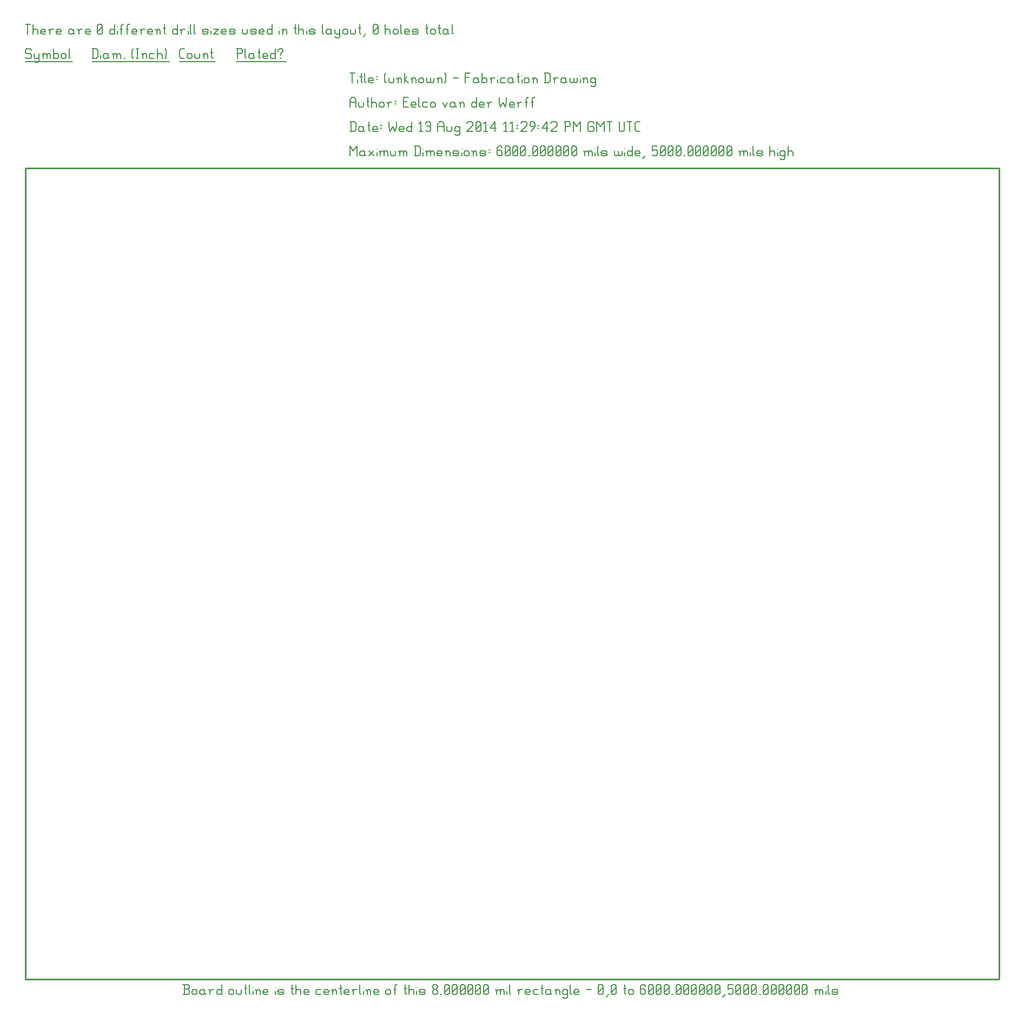
<source format=gbr>
G04 start of page 2 for group -3984 idx -3984 *
G04 Title: (unknown), fab *
G04 Creator: pcb 1.99z *
G04 CreationDate: Wed 13 Aug 2014 11:29:42 PM GMT UTC *
G04 For: eelco *
G04 Format: Gerber/RS-274X *
G04 PCB-Dimensions (mil): 6000.00 5000.00 *
G04 PCB-Coordinate-Origin: lower left *
%MOIN*%
%FSLAX25Y25*%
%LNFAB*%
%ADD13C,0.0100*%
%ADD12C,0.0075*%
%ADD11C,0.0060*%
G54D11*X3000Y573500D02*X3750Y572750D01*
X750Y573500D02*X3000D01*
X0Y572750D02*X750Y573500D01*
X0Y572750D02*Y571250D01*
X750Y570500D01*
X3000D01*
X3750Y569750D01*
Y568250D01*
X3000Y567500D02*X3750Y568250D01*
X750Y567500D02*X3000D01*
X0Y568250D02*X750Y567500D01*
X5550Y570500D02*Y568250D01*
X6300Y567500D01*
X8550Y570500D02*Y566000D01*
X7800Y565250D02*X8550Y566000D01*
X6300Y565250D02*X7800D01*
X5550Y566000D02*X6300Y565250D01*
Y567500D02*X7800D01*
X8550Y568250D01*
X11100Y569750D02*Y567500D01*
Y569750D02*X11850Y570500D01*
X12600D01*
X13350Y569750D01*
Y567500D01*
Y569750D02*X14100Y570500D01*
X14850D01*
X15600Y569750D01*
Y567500D01*
X10350Y570500D02*X11100Y569750D01*
X17400Y573500D02*Y567500D01*
Y568250D02*X18150Y567500D01*
X19650D01*
X20400Y568250D01*
Y569750D02*Y568250D01*
X19650Y570500D02*X20400Y569750D01*
X18150Y570500D02*X19650D01*
X17400Y569750D02*X18150Y570500D01*
X22200Y569750D02*Y568250D01*
Y569750D02*X22950Y570500D01*
X24450D01*
X25200Y569750D01*
Y568250D01*
X24450Y567500D02*X25200Y568250D01*
X22950Y567500D02*X24450D01*
X22200Y568250D02*X22950Y567500D01*
X27000Y573500D02*Y568250D01*
X27750Y567500D01*
X0Y565750D02*X29250D01*
X41750Y573500D02*Y567500D01*
X43700Y573500D02*X44750Y572450D01*
Y568550D01*
X43700Y567500D02*X44750Y568550D01*
X41000Y567500D02*X43700D01*
X41000Y573500D02*X43700D01*
G54D12*X46550Y572000D02*Y571850D01*
G54D11*Y569750D02*Y567500D01*
X50300Y570500D02*X51050Y569750D01*
X48800Y570500D02*X50300D01*
X48050Y569750D02*X48800Y570500D01*
X48050Y569750D02*Y568250D01*
X48800Y567500D01*
X51050Y570500D02*Y568250D01*
X51800Y567500D01*
X48800D02*X50300D01*
X51050Y568250D01*
X54350Y569750D02*Y567500D01*
Y569750D02*X55100Y570500D01*
X55850D01*
X56600Y569750D01*
Y567500D01*
Y569750D02*X57350Y570500D01*
X58100D01*
X58850Y569750D01*
Y567500D01*
X53600Y570500D02*X54350Y569750D01*
X60650Y567500D02*X61400D01*
X65900Y568250D02*X66650Y567500D01*
X65900Y572750D02*X66650Y573500D01*
X65900Y572750D02*Y568250D01*
X68450Y573500D02*X69950D01*
X69200D02*Y567500D01*
X68450D02*X69950D01*
X72500Y569750D02*Y567500D01*
Y569750D02*X73250Y570500D01*
X74000D01*
X74750Y569750D01*
Y567500D01*
X71750Y570500D02*X72500Y569750D01*
X77300Y570500D02*X79550D01*
X76550Y569750D02*X77300Y570500D01*
X76550Y569750D02*Y568250D01*
X77300Y567500D01*
X79550D01*
X81350Y573500D02*Y567500D01*
Y569750D02*X82100Y570500D01*
X83600D01*
X84350Y569750D01*
Y567500D01*
X86150Y573500D02*X86900Y572750D01*
Y568250D01*
X86150Y567500D02*X86900Y568250D01*
X41000Y565750D02*X88700D01*
X96050Y567500D02*X98000D01*
X95000Y568550D02*X96050Y567500D01*
X95000Y572450D02*Y568550D01*
Y572450D02*X96050Y573500D01*
X98000D01*
X99800Y569750D02*Y568250D01*
Y569750D02*X100550Y570500D01*
X102050D01*
X102800Y569750D01*
Y568250D01*
X102050Y567500D02*X102800Y568250D01*
X100550Y567500D02*X102050D01*
X99800Y568250D02*X100550Y567500D01*
X104600Y570500D02*Y568250D01*
X105350Y567500D01*
X106850D01*
X107600Y568250D01*
Y570500D02*Y568250D01*
X110150Y569750D02*Y567500D01*
Y569750D02*X110900Y570500D01*
X111650D01*
X112400Y569750D01*
Y567500D01*
X109400Y570500D02*X110150Y569750D01*
X114950Y573500D02*Y568250D01*
X115700Y567500D01*
X114200Y571250D02*X115700D01*
X95000Y565750D02*X117200D01*
X130750Y573500D02*Y567500D01*
X130000Y573500D02*X133000D01*
X133750Y572750D01*
Y571250D01*
X133000Y570500D02*X133750Y571250D01*
X130750Y570500D02*X133000D01*
X135550Y573500D02*Y568250D01*
X136300Y567500D01*
X140050Y570500D02*X140800Y569750D01*
X138550Y570500D02*X140050D01*
X137800Y569750D02*X138550Y570500D01*
X137800Y569750D02*Y568250D01*
X138550Y567500D01*
X140800Y570500D02*Y568250D01*
X141550Y567500D01*
X138550D02*X140050D01*
X140800Y568250D01*
X144100Y573500D02*Y568250D01*
X144850Y567500D01*
X143350Y571250D02*X144850D01*
X147100Y567500D02*X149350D01*
X146350Y568250D02*X147100Y567500D01*
X146350Y569750D02*Y568250D01*
Y569750D02*X147100Y570500D01*
X148600D01*
X149350Y569750D01*
X146350Y569000D02*X149350D01*
Y569750D02*Y569000D01*
X154150Y573500D02*Y567500D01*
X153400D02*X154150Y568250D01*
X151900Y567500D02*X153400D01*
X151150Y568250D02*X151900Y567500D01*
X151150Y569750D02*Y568250D01*
Y569750D02*X151900Y570500D01*
X153400D01*
X154150Y569750D01*
X157450Y570500D02*Y569750D01*
Y568250D02*Y567500D01*
X155950Y572750D02*Y572000D01*
Y572750D02*X156700Y573500D01*
X158200D01*
X158950Y572750D01*
Y572000D01*
X157450Y570500D02*X158950Y572000D01*
X130000Y565750D02*X160750D01*
X0Y588500D02*X3000D01*
X1500D02*Y582500D01*
X4800Y588500D02*Y582500D01*
Y584750D02*X5550Y585500D01*
X7050D01*
X7800Y584750D01*
Y582500D01*
X10350D02*X12600D01*
X9600Y583250D02*X10350Y582500D01*
X9600Y584750D02*Y583250D01*
Y584750D02*X10350Y585500D01*
X11850D01*
X12600Y584750D01*
X9600Y584000D02*X12600D01*
Y584750D02*Y584000D01*
X15150Y584750D02*Y582500D01*
Y584750D02*X15900Y585500D01*
X17400D01*
X14400D02*X15150Y584750D01*
X19950Y582500D02*X22200D01*
X19200Y583250D02*X19950Y582500D01*
X19200Y584750D02*Y583250D01*
Y584750D02*X19950Y585500D01*
X21450D01*
X22200Y584750D01*
X19200Y584000D02*X22200D01*
Y584750D02*Y584000D01*
X28950Y585500D02*X29700Y584750D01*
X27450Y585500D02*X28950D01*
X26700Y584750D02*X27450Y585500D01*
X26700Y584750D02*Y583250D01*
X27450Y582500D01*
X29700Y585500D02*Y583250D01*
X30450Y582500D01*
X27450D02*X28950D01*
X29700Y583250D01*
X33000Y584750D02*Y582500D01*
Y584750D02*X33750Y585500D01*
X35250D01*
X32250D02*X33000Y584750D01*
X37800Y582500D02*X40050D01*
X37050Y583250D02*X37800Y582500D01*
X37050Y584750D02*Y583250D01*
Y584750D02*X37800Y585500D01*
X39300D01*
X40050Y584750D01*
X37050Y584000D02*X40050D01*
Y584750D02*Y584000D01*
X44550Y583250D02*X45300Y582500D01*
X44550Y587750D02*Y583250D01*
Y587750D02*X45300Y588500D01*
X46800D01*
X47550Y587750D01*
Y583250D01*
X46800Y582500D02*X47550Y583250D01*
X45300Y582500D02*X46800D01*
X44550Y584000D02*X47550Y587000D01*
X55050Y588500D02*Y582500D01*
X54300D02*X55050Y583250D01*
X52800Y582500D02*X54300D01*
X52050Y583250D02*X52800Y582500D01*
X52050Y584750D02*Y583250D01*
Y584750D02*X52800Y585500D01*
X54300D01*
X55050Y584750D01*
G54D12*X56850Y587000D02*Y586850D01*
G54D11*Y584750D02*Y582500D01*
X59100Y587750D02*Y582500D01*
Y587750D02*X59850Y588500D01*
X60600D01*
X58350Y585500D02*X59850D01*
X62850Y587750D02*Y582500D01*
Y587750D02*X63600Y588500D01*
X64350D01*
X62100Y585500D02*X63600D01*
X66600Y582500D02*X68850D01*
X65850Y583250D02*X66600Y582500D01*
X65850Y584750D02*Y583250D01*
Y584750D02*X66600Y585500D01*
X68100D01*
X68850Y584750D01*
X65850Y584000D02*X68850D01*
Y584750D02*Y584000D01*
X71400Y584750D02*Y582500D01*
Y584750D02*X72150Y585500D01*
X73650D01*
X70650D02*X71400Y584750D01*
X76200Y582500D02*X78450D01*
X75450Y583250D02*X76200Y582500D01*
X75450Y584750D02*Y583250D01*
Y584750D02*X76200Y585500D01*
X77700D01*
X78450Y584750D01*
X75450Y584000D02*X78450D01*
Y584750D02*Y584000D01*
X81000Y584750D02*Y582500D01*
Y584750D02*X81750Y585500D01*
X82500D01*
X83250Y584750D01*
Y582500D01*
X80250Y585500D02*X81000Y584750D01*
X85800Y588500D02*Y583250D01*
X86550Y582500D01*
X85050Y586250D02*X86550D01*
X93750Y588500D02*Y582500D01*
X93000D02*X93750Y583250D01*
X91500Y582500D02*X93000D01*
X90750Y583250D02*X91500Y582500D01*
X90750Y584750D02*Y583250D01*
Y584750D02*X91500Y585500D01*
X93000D01*
X93750Y584750D01*
X96300D02*Y582500D01*
Y584750D02*X97050Y585500D01*
X98550D01*
X95550D02*X96300Y584750D01*
G54D12*X100350Y587000D02*Y586850D01*
G54D11*Y584750D02*Y582500D01*
X101850Y588500D02*Y583250D01*
X102600Y582500D01*
X104100Y588500D02*Y583250D01*
X104850Y582500D01*
X109800D02*X112050D01*
X112800Y583250D01*
X112050Y584000D02*X112800Y583250D01*
X109800Y584000D02*X112050D01*
X109050Y584750D02*X109800Y584000D01*
X109050Y584750D02*X109800Y585500D01*
X112050D01*
X112800Y584750D01*
X109050Y583250D02*X109800Y582500D01*
G54D12*X114600Y587000D02*Y586850D01*
G54D11*Y584750D02*Y582500D01*
X116100Y585500D02*X119100D01*
X116100Y582500D02*X119100Y585500D01*
X116100Y582500D02*X119100D01*
X121650D02*X123900D01*
X120900Y583250D02*X121650Y582500D01*
X120900Y584750D02*Y583250D01*
Y584750D02*X121650Y585500D01*
X123150D01*
X123900Y584750D01*
X120900Y584000D02*X123900D01*
Y584750D02*Y584000D01*
X126450Y582500D02*X128700D01*
X129450Y583250D01*
X128700Y584000D02*X129450Y583250D01*
X126450Y584000D02*X128700D01*
X125700Y584750D02*X126450Y584000D01*
X125700Y584750D02*X126450Y585500D01*
X128700D01*
X129450Y584750D01*
X125700Y583250D02*X126450Y582500D01*
X133950Y585500D02*Y583250D01*
X134700Y582500D01*
X136200D01*
X136950Y583250D01*
Y585500D02*Y583250D01*
X139500Y582500D02*X141750D01*
X142500Y583250D01*
X141750Y584000D02*X142500Y583250D01*
X139500Y584000D02*X141750D01*
X138750Y584750D02*X139500Y584000D01*
X138750Y584750D02*X139500Y585500D01*
X141750D01*
X142500Y584750D01*
X138750Y583250D02*X139500Y582500D01*
X145050D02*X147300D01*
X144300Y583250D02*X145050Y582500D01*
X144300Y584750D02*Y583250D01*
Y584750D02*X145050Y585500D01*
X146550D01*
X147300Y584750D01*
X144300Y584000D02*X147300D01*
Y584750D02*Y584000D01*
X152100Y588500D02*Y582500D01*
X151350D02*X152100Y583250D01*
X149850Y582500D02*X151350D01*
X149100Y583250D02*X149850Y582500D01*
X149100Y584750D02*Y583250D01*
Y584750D02*X149850Y585500D01*
X151350D01*
X152100Y584750D01*
G54D12*X156600Y587000D02*Y586850D01*
G54D11*Y584750D02*Y582500D01*
X158850Y584750D02*Y582500D01*
Y584750D02*X159600Y585500D01*
X160350D01*
X161100Y584750D01*
Y582500D01*
X158100Y585500D02*X158850Y584750D01*
X166350Y588500D02*Y583250D01*
X167100Y582500D01*
X165600Y586250D02*X167100D01*
X168600Y588500D02*Y582500D01*
Y584750D02*X169350Y585500D01*
X170850D01*
X171600Y584750D01*
Y582500D01*
G54D12*X173400Y587000D02*Y586850D01*
G54D11*Y584750D02*Y582500D01*
X175650D02*X177900D01*
X178650Y583250D01*
X177900Y584000D02*X178650Y583250D01*
X175650Y584000D02*X177900D01*
X174900Y584750D02*X175650Y584000D01*
X174900Y584750D02*X175650Y585500D01*
X177900D01*
X178650Y584750D01*
X174900Y583250D02*X175650Y582500D01*
X183150Y588500D02*Y583250D01*
X183900Y582500D01*
X187650Y585500D02*X188400Y584750D01*
X186150Y585500D02*X187650D01*
X185400Y584750D02*X186150Y585500D01*
X185400Y584750D02*Y583250D01*
X186150Y582500D01*
X188400Y585500D02*Y583250D01*
X189150Y582500D01*
X186150D02*X187650D01*
X188400Y583250D01*
X190950Y585500D02*Y583250D01*
X191700Y582500D01*
X193950Y585500D02*Y581000D01*
X193200Y580250D02*X193950Y581000D01*
X191700Y580250D02*X193200D01*
X190950Y581000D02*X191700Y580250D01*
Y582500D02*X193200D01*
X193950Y583250D01*
X195750Y584750D02*Y583250D01*
Y584750D02*X196500Y585500D01*
X198000D01*
X198750Y584750D01*
Y583250D01*
X198000Y582500D02*X198750Y583250D01*
X196500Y582500D02*X198000D01*
X195750Y583250D02*X196500Y582500D01*
X200550Y585500D02*Y583250D01*
X201300Y582500D01*
X202800D01*
X203550Y583250D01*
Y585500D02*Y583250D01*
X206100Y588500D02*Y583250D01*
X206850Y582500D01*
X205350Y586250D02*X206850D01*
X208350Y581000D02*X209850Y582500D01*
X214350Y583250D02*X215100Y582500D01*
X214350Y587750D02*Y583250D01*
Y587750D02*X215100Y588500D01*
X216600D01*
X217350Y587750D01*
Y583250D01*
X216600Y582500D02*X217350Y583250D01*
X215100Y582500D02*X216600D01*
X214350Y584000D02*X217350Y587000D01*
X221850Y588500D02*Y582500D01*
Y584750D02*X222600Y585500D01*
X224100D01*
X224850Y584750D01*
Y582500D01*
X226650Y584750D02*Y583250D01*
Y584750D02*X227400Y585500D01*
X228900D01*
X229650Y584750D01*
Y583250D01*
X228900Y582500D02*X229650Y583250D01*
X227400Y582500D02*X228900D01*
X226650Y583250D02*X227400Y582500D01*
X231450Y588500D02*Y583250D01*
X232200Y582500D01*
X234450D02*X236700D01*
X233700Y583250D02*X234450Y582500D01*
X233700Y584750D02*Y583250D01*
Y584750D02*X234450Y585500D01*
X235950D01*
X236700Y584750D01*
X233700Y584000D02*X236700D01*
Y584750D02*Y584000D01*
X239250Y582500D02*X241500D01*
X242250Y583250D01*
X241500Y584000D02*X242250Y583250D01*
X239250Y584000D02*X241500D01*
X238500Y584750D02*X239250Y584000D01*
X238500Y584750D02*X239250Y585500D01*
X241500D01*
X242250Y584750D01*
X238500Y583250D02*X239250Y582500D01*
X247500Y588500D02*Y583250D01*
X248250Y582500D01*
X246750Y586250D02*X248250D01*
X249750Y584750D02*Y583250D01*
Y584750D02*X250500Y585500D01*
X252000D01*
X252750Y584750D01*
Y583250D01*
X252000Y582500D02*X252750Y583250D01*
X250500Y582500D02*X252000D01*
X249750Y583250D02*X250500Y582500D01*
X255300Y588500D02*Y583250D01*
X256050Y582500D01*
X254550Y586250D02*X256050D01*
X259800Y585500D02*X260550Y584750D01*
X258300Y585500D02*X259800D01*
X257550Y584750D02*X258300Y585500D01*
X257550Y584750D02*Y583250D01*
X258300Y582500D01*
X260550Y585500D02*Y583250D01*
X261300Y582500D01*
X258300D02*X259800D01*
X260550Y583250D01*
X263100Y588500D02*Y583250D01*
X263850Y582500D01*
G54D13*X0Y500000D02*X600000D01*
X0D02*Y0D01*
X600000Y500000D02*Y0D01*
X0D02*X600000D01*
G54D11*X200000Y513500D02*Y507500D01*
Y513500D02*X202250Y510500D01*
X204500Y513500D01*
Y507500D01*
X208550Y510500D02*X209300Y509750D01*
X207050Y510500D02*X208550D01*
X206300Y509750D02*X207050Y510500D01*
X206300Y509750D02*Y508250D01*
X207050Y507500D01*
X209300Y510500D02*Y508250D01*
X210050Y507500D01*
X207050D02*X208550D01*
X209300Y508250D01*
X211850Y510500D02*X214850Y507500D01*
X211850D02*X214850Y510500D01*
G54D12*X216650Y512000D02*Y511850D01*
G54D11*Y509750D02*Y507500D01*
X218900Y509750D02*Y507500D01*
Y509750D02*X219650Y510500D01*
X220400D01*
X221150Y509750D01*
Y507500D01*
Y509750D02*X221900Y510500D01*
X222650D01*
X223400Y509750D01*
Y507500D01*
X218150Y510500D02*X218900Y509750D01*
X225200Y510500D02*Y508250D01*
X225950Y507500D01*
X227450D01*
X228200Y508250D01*
Y510500D02*Y508250D01*
X230750Y509750D02*Y507500D01*
Y509750D02*X231500Y510500D01*
X232250D01*
X233000Y509750D01*
Y507500D01*
Y509750D02*X233750Y510500D01*
X234500D01*
X235250Y509750D01*
Y507500D01*
X230000Y510500D02*X230750Y509750D01*
X240500Y513500D02*Y507500D01*
X242450Y513500D02*X243500Y512450D01*
Y508550D01*
X242450Y507500D02*X243500Y508550D01*
X239750Y507500D02*X242450D01*
X239750Y513500D02*X242450D01*
G54D12*X245300Y512000D02*Y511850D01*
G54D11*Y509750D02*Y507500D01*
X247550Y509750D02*Y507500D01*
Y509750D02*X248300Y510500D01*
X249050D01*
X249800Y509750D01*
Y507500D01*
Y509750D02*X250550Y510500D01*
X251300D01*
X252050Y509750D01*
Y507500D01*
X246800Y510500D02*X247550Y509750D01*
X254600Y507500D02*X256850D01*
X253850Y508250D02*X254600Y507500D01*
X253850Y509750D02*Y508250D01*
Y509750D02*X254600Y510500D01*
X256100D01*
X256850Y509750D01*
X253850Y509000D02*X256850D01*
Y509750D02*Y509000D01*
X259400Y509750D02*Y507500D01*
Y509750D02*X260150Y510500D01*
X260900D01*
X261650Y509750D01*
Y507500D01*
X258650Y510500D02*X259400Y509750D01*
X264200Y507500D02*X266450D01*
X267200Y508250D01*
X266450Y509000D02*X267200Y508250D01*
X264200Y509000D02*X266450D01*
X263450Y509750D02*X264200Y509000D01*
X263450Y509750D02*X264200Y510500D01*
X266450D01*
X267200Y509750D01*
X263450Y508250D02*X264200Y507500D01*
G54D12*X269000Y512000D02*Y511850D01*
G54D11*Y509750D02*Y507500D01*
X270500Y509750D02*Y508250D01*
Y509750D02*X271250Y510500D01*
X272750D01*
X273500Y509750D01*
Y508250D01*
X272750Y507500D02*X273500Y508250D01*
X271250Y507500D02*X272750D01*
X270500Y508250D02*X271250Y507500D01*
X276050Y509750D02*Y507500D01*
Y509750D02*X276800Y510500D01*
X277550D01*
X278300Y509750D01*
Y507500D01*
X275300Y510500D02*X276050Y509750D01*
X280850Y507500D02*X283100D01*
X283850Y508250D01*
X283100Y509000D02*X283850Y508250D01*
X280850Y509000D02*X283100D01*
X280100Y509750D02*X280850Y509000D01*
X280100Y509750D02*X280850Y510500D01*
X283100D01*
X283850Y509750D01*
X280100Y508250D02*X280850Y507500D01*
X285650Y511250D02*X286400D01*
X285650Y509750D02*X286400D01*
X293150Y513500D02*X293900Y512750D01*
X291650Y513500D02*X293150D01*
X290900Y512750D02*X291650Y513500D01*
X290900Y512750D02*Y508250D01*
X291650Y507500D01*
X293150Y510800D02*X293900Y510050D01*
X290900Y510800D02*X293150D01*
X291650Y507500D02*X293150D01*
X293900Y508250D01*
Y510050D02*Y508250D01*
X295700D02*X296450Y507500D01*
X295700Y512750D02*Y508250D01*
Y512750D02*X296450Y513500D01*
X297950D01*
X298700Y512750D01*
Y508250D01*
X297950Y507500D02*X298700Y508250D01*
X296450Y507500D02*X297950D01*
X295700Y509000D02*X298700Y512000D01*
X300500Y508250D02*X301250Y507500D01*
X300500Y512750D02*Y508250D01*
Y512750D02*X301250Y513500D01*
X302750D01*
X303500Y512750D01*
Y508250D01*
X302750Y507500D02*X303500Y508250D01*
X301250Y507500D02*X302750D01*
X300500Y509000D02*X303500Y512000D01*
X305300Y508250D02*X306050Y507500D01*
X305300Y512750D02*Y508250D01*
Y512750D02*X306050Y513500D01*
X307550D01*
X308300Y512750D01*
Y508250D01*
X307550Y507500D02*X308300Y508250D01*
X306050Y507500D02*X307550D01*
X305300Y509000D02*X308300Y512000D01*
X310100Y507500D02*X310850D01*
X312650Y508250D02*X313400Y507500D01*
X312650Y512750D02*Y508250D01*
Y512750D02*X313400Y513500D01*
X314900D01*
X315650Y512750D01*
Y508250D01*
X314900Y507500D02*X315650Y508250D01*
X313400Y507500D02*X314900D01*
X312650Y509000D02*X315650Y512000D01*
X317450Y508250D02*X318200Y507500D01*
X317450Y512750D02*Y508250D01*
Y512750D02*X318200Y513500D01*
X319700D01*
X320450Y512750D01*
Y508250D01*
X319700Y507500D02*X320450Y508250D01*
X318200Y507500D02*X319700D01*
X317450Y509000D02*X320450Y512000D01*
X322250Y508250D02*X323000Y507500D01*
X322250Y512750D02*Y508250D01*
Y512750D02*X323000Y513500D01*
X324500D01*
X325250Y512750D01*
Y508250D01*
X324500Y507500D02*X325250Y508250D01*
X323000Y507500D02*X324500D01*
X322250Y509000D02*X325250Y512000D01*
X327050Y508250D02*X327800Y507500D01*
X327050Y512750D02*Y508250D01*
Y512750D02*X327800Y513500D01*
X329300D01*
X330050Y512750D01*
Y508250D01*
X329300Y507500D02*X330050Y508250D01*
X327800Y507500D02*X329300D01*
X327050Y509000D02*X330050Y512000D01*
X331850Y508250D02*X332600Y507500D01*
X331850Y512750D02*Y508250D01*
Y512750D02*X332600Y513500D01*
X334100D01*
X334850Y512750D01*
Y508250D01*
X334100Y507500D02*X334850Y508250D01*
X332600Y507500D02*X334100D01*
X331850Y509000D02*X334850Y512000D01*
X336650Y508250D02*X337400Y507500D01*
X336650Y512750D02*Y508250D01*
Y512750D02*X337400Y513500D01*
X338900D01*
X339650Y512750D01*
Y508250D01*
X338900Y507500D02*X339650Y508250D01*
X337400Y507500D02*X338900D01*
X336650Y509000D02*X339650Y512000D01*
X344900Y509750D02*Y507500D01*
Y509750D02*X345650Y510500D01*
X346400D01*
X347150Y509750D01*
Y507500D01*
Y509750D02*X347900Y510500D01*
X348650D01*
X349400Y509750D01*
Y507500D01*
X344150Y510500D02*X344900Y509750D01*
G54D12*X351200Y512000D02*Y511850D01*
G54D11*Y509750D02*Y507500D01*
X352700Y513500D02*Y508250D01*
X353450Y507500D01*
X355700D02*X357950D01*
X358700Y508250D01*
X357950Y509000D02*X358700Y508250D01*
X355700Y509000D02*X357950D01*
X354950Y509750D02*X355700Y509000D01*
X354950Y509750D02*X355700Y510500D01*
X357950D01*
X358700Y509750D01*
X354950Y508250D02*X355700Y507500D01*
X363200Y510500D02*Y508250D01*
X363950Y507500D01*
X364700D01*
X365450Y508250D01*
Y510500D02*Y508250D01*
X366200Y507500D01*
X366950D01*
X367700Y508250D01*
Y510500D02*Y508250D01*
G54D12*X369500Y512000D02*Y511850D01*
G54D11*Y509750D02*Y507500D01*
X374000Y513500D02*Y507500D01*
X373250D02*X374000Y508250D01*
X371750Y507500D02*X373250D01*
X371000Y508250D02*X371750Y507500D01*
X371000Y509750D02*Y508250D01*
Y509750D02*X371750Y510500D01*
X373250D01*
X374000Y509750D01*
X376550Y507500D02*X378800D01*
X375800Y508250D02*X376550Y507500D01*
X375800Y509750D02*Y508250D01*
Y509750D02*X376550Y510500D01*
X378050D01*
X378800Y509750D01*
X375800Y509000D02*X378800D01*
Y509750D02*Y509000D01*
X380600Y506000D02*X382100Y507500D01*
X386600Y513500D02*X389600D01*
X386600D02*Y510500D01*
X387350Y511250D01*
X388850D01*
X389600Y510500D01*
Y508250D01*
X388850Y507500D02*X389600Y508250D01*
X387350Y507500D02*X388850D01*
X386600Y508250D02*X387350Y507500D01*
X391400Y508250D02*X392150Y507500D01*
X391400Y512750D02*Y508250D01*
Y512750D02*X392150Y513500D01*
X393650D01*
X394400Y512750D01*
Y508250D01*
X393650Y507500D02*X394400Y508250D01*
X392150Y507500D02*X393650D01*
X391400Y509000D02*X394400Y512000D01*
X396200Y508250D02*X396950Y507500D01*
X396200Y512750D02*Y508250D01*
Y512750D02*X396950Y513500D01*
X398450D01*
X399200Y512750D01*
Y508250D01*
X398450Y507500D02*X399200Y508250D01*
X396950Y507500D02*X398450D01*
X396200Y509000D02*X399200Y512000D01*
X401000Y508250D02*X401750Y507500D01*
X401000Y512750D02*Y508250D01*
Y512750D02*X401750Y513500D01*
X403250D01*
X404000Y512750D01*
Y508250D01*
X403250Y507500D02*X404000Y508250D01*
X401750Y507500D02*X403250D01*
X401000Y509000D02*X404000Y512000D01*
X405800Y507500D02*X406550D01*
X408350Y508250D02*X409100Y507500D01*
X408350Y512750D02*Y508250D01*
Y512750D02*X409100Y513500D01*
X410600D01*
X411350Y512750D01*
Y508250D01*
X410600Y507500D02*X411350Y508250D01*
X409100Y507500D02*X410600D01*
X408350Y509000D02*X411350Y512000D01*
X413150Y508250D02*X413900Y507500D01*
X413150Y512750D02*Y508250D01*
Y512750D02*X413900Y513500D01*
X415400D01*
X416150Y512750D01*
Y508250D01*
X415400Y507500D02*X416150Y508250D01*
X413900Y507500D02*X415400D01*
X413150Y509000D02*X416150Y512000D01*
X417950Y508250D02*X418700Y507500D01*
X417950Y512750D02*Y508250D01*
Y512750D02*X418700Y513500D01*
X420200D01*
X420950Y512750D01*
Y508250D01*
X420200Y507500D02*X420950Y508250D01*
X418700Y507500D02*X420200D01*
X417950Y509000D02*X420950Y512000D01*
X422750Y508250D02*X423500Y507500D01*
X422750Y512750D02*Y508250D01*
Y512750D02*X423500Y513500D01*
X425000D01*
X425750Y512750D01*
Y508250D01*
X425000Y507500D02*X425750Y508250D01*
X423500Y507500D02*X425000D01*
X422750Y509000D02*X425750Y512000D01*
X427550Y508250D02*X428300Y507500D01*
X427550Y512750D02*Y508250D01*
Y512750D02*X428300Y513500D01*
X429800D01*
X430550Y512750D01*
Y508250D01*
X429800Y507500D02*X430550Y508250D01*
X428300Y507500D02*X429800D01*
X427550Y509000D02*X430550Y512000D01*
X432350Y508250D02*X433100Y507500D01*
X432350Y512750D02*Y508250D01*
Y512750D02*X433100Y513500D01*
X434600D01*
X435350Y512750D01*
Y508250D01*
X434600Y507500D02*X435350Y508250D01*
X433100Y507500D02*X434600D01*
X432350Y509000D02*X435350Y512000D01*
X440600Y509750D02*Y507500D01*
Y509750D02*X441350Y510500D01*
X442100D01*
X442850Y509750D01*
Y507500D01*
Y509750D02*X443600Y510500D01*
X444350D01*
X445100Y509750D01*
Y507500D01*
X439850Y510500D02*X440600Y509750D01*
G54D12*X446900Y512000D02*Y511850D01*
G54D11*Y509750D02*Y507500D01*
X448400Y513500D02*Y508250D01*
X449150Y507500D01*
X451400D02*X453650D01*
X454400Y508250D01*
X453650Y509000D02*X454400Y508250D01*
X451400Y509000D02*X453650D01*
X450650Y509750D02*X451400Y509000D01*
X450650Y509750D02*X451400Y510500D01*
X453650D01*
X454400Y509750D01*
X450650Y508250D02*X451400Y507500D01*
X458900Y513500D02*Y507500D01*
Y509750D02*X459650Y510500D01*
X461150D01*
X461900Y509750D01*
Y507500D01*
G54D12*X463700Y512000D02*Y511850D01*
G54D11*Y509750D02*Y507500D01*
X467450Y510500D02*X468200Y509750D01*
X465950Y510500D02*X467450D01*
X465200Y509750D02*X465950Y510500D01*
X465200Y509750D02*Y508250D01*
X465950Y507500D01*
X467450D01*
X468200Y508250D01*
X465200Y506000D02*X465950Y505250D01*
X467450D01*
X468200Y506000D01*
Y510500D02*Y506000D01*
X470000Y513500D02*Y507500D01*
Y509750D02*X470750Y510500D01*
X472250D01*
X473000Y509750D01*
Y507500D01*
X97275Y-9500D02*X100275D01*
X101025Y-8750D01*
Y-6950D02*Y-8750D01*
X100275Y-6200D02*X101025Y-6950D01*
X98025Y-6200D02*X100275D01*
X98025Y-3500D02*Y-9500D01*
X97275Y-3500D02*X100275D01*
X101025Y-4250D01*
Y-5450D01*
X100275Y-6200D02*X101025Y-5450D01*
X102825Y-7250D02*Y-8750D01*
Y-7250D02*X103575Y-6500D01*
X105075D01*
X105825Y-7250D01*
Y-8750D01*
X105075Y-9500D02*X105825Y-8750D01*
X103575Y-9500D02*X105075D01*
X102825Y-8750D02*X103575Y-9500D01*
X109875Y-6500D02*X110625Y-7250D01*
X108375Y-6500D02*X109875D01*
X107625Y-7250D02*X108375Y-6500D01*
X107625Y-7250D02*Y-8750D01*
X108375Y-9500D01*
X110625Y-6500D02*Y-8750D01*
X111375Y-9500D01*
X108375D02*X109875D01*
X110625Y-8750D01*
X113925Y-7250D02*Y-9500D01*
Y-7250D02*X114675Y-6500D01*
X116175D01*
X113175D02*X113925Y-7250D01*
X120975Y-3500D02*Y-9500D01*
X120225D02*X120975Y-8750D01*
X118725Y-9500D02*X120225D01*
X117975Y-8750D02*X118725Y-9500D01*
X117975Y-7250D02*Y-8750D01*
Y-7250D02*X118725Y-6500D01*
X120225D01*
X120975Y-7250D01*
X125475D02*Y-8750D01*
Y-7250D02*X126225Y-6500D01*
X127725D01*
X128475Y-7250D01*
Y-8750D01*
X127725Y-9500D02*X128475Y-8750D01*
X126225Y-9500D02*X127725D01*
X125475Y-8750D02*X126225Y-9500D01*
X130275Y-6500D02*Y-8750D01*
X131025Y-9500D01*
X132525D01*
X133275Y-8750D01*
Y-6500D02*Y-8750D01*
X135825Y-3500D02*Y-8750D01*
X136575Y-9500D01*
X135075Y-5750D02*X136575D01*
X138075Y-3500D02*Y-8750D01*
X138825Y-9500D01*
G54D12*X140325Y-5000D02*Y-5150D01*
G54D11*Y-7250D02*Y-9500D01*
X142575Y-7250D02*Y-9500D01*
Y-7250D02*X143325Y-6500D01*
X144075D01*
X144825Y-7250D01*
Y-9500D01*
X141825Y-6500D02*X142575Y-7250D01*
X147375Y-9500D02*X149625D01*
X146625Y-8750D02*X147375Y-9500D01*
X146625Y-7250D02*Y-8750D01*
Y-7250D02*X147375Y-6500D01*
X148875D01*
X149625Y-7250D01*
X146625Y-8000D02*X149625D01*
Y-7250D02*Y-8000D01*
G54D12*X154125Y-5000D02*Y-5150D01*
G54D11*Y-7250D02*Y-9500D01*
X156375D02*X158625D01*
X159375Y-8750D01*
X158625Y-8000D02*X159375Y-8750D01*
X156375Y-8000D02*X158625D01*
X155625Y-7250D02*X156375Y-8000D01*
X155625Y-7250D02*X156375Y-6500D01*
X158625D01*
X159375Y-7250D01*
X155625Y-8750D02*X156375Y-9500D01*
X164625Y-3500D02*Y-8750D01*
X165375Y-9500D01*
X163875Y-5750D02*X165375D01*
X166875Y-3500D02*Y-9500D01*
Y-7250D02*X167625Y-6500D01*
X169125D01*
X169875Y-7250D01*
Y-9500D01*
X172425D02*X174675D01*
X171675Y-8750D02*X172425Y-9500D01*
X171675Y-7250D02*Y-8750D01*
Y-7250D02*X172425Y-6500D01*
X173925D01*
X174675Y-7250D01*
X171675Y-8000D02*X174675D01*
Y-7250D02*Y-8000D01*
X179925Y-6500D02*X182175D01*
X179175Y-7250D02*X179925Y-6500D01*
X179175Y-7250D02*Y-8750D01*
X179925Y-9500D01*
X182175D01*
X184725D02*X186975D01*
X183975Y-8750D02*X184725Y-9500D01*
X183975Y-7250D02*Y-8750D01*
Y-7250D02*X184725Y-6500D01*
X186225D01*
X186975Y-7250D01*
X183975Y-8000D02*X186975D01*
Y-7250D02*Y-8000D01*
X189525Y-7250D02*Y-9500D01*
Y-7250D02*X190275Y-6500D01*
X191025D01*
X191775Y-7250D01*
Y-9500D01*
X188775Y-6500D02*X189525Y-7250D01*
X194325Y-3500D02*Y-8750D01*
X195075Y-9500D01*
X193575Y-5750D02*X195075D01*
X197325Y-9500D02*X199575D01*
X196575Y-8750D02*X197325Y-9500D01*
X196575Y-7250D02*Y-8750D01*
Y-7250D02*X197325Y-6500D01*
X198825D01*
X199575Y-7250D01*
X196575Y-8000D02*X199575D01*
Y-7250D02*Y-8000D01*
X202125Y-7250D02*Y-9500D01*
Y-7250D02*X202875Y-6500D01*
X204375D01*
X201375D02*X202125Y-7250D01*
X206175Y-3500D02*Y-8750D01*
X206925Y-9500D01*
G54D12*X208425Y-5000D02*Y-5150D01*
G54D11*Y-7250D02*Y-9500D01*
X210675Y-7250D02*Y-9500D01*
Y-7250D02*X211425Y-6500D01*
X212175D01*
X212925Y-7250D01*
Y-9500D01*
X209925Y-6500D02*X210675Y-7250D01*
X215475Y-9500D02*X217725D01*
X214725Y-8750D02*X215475Y-9500D01*
X214725Y-7250D02*Y-8750D01*
Y-7250D02*X215475Y-6500D01*
X216975D01*
X217725Y-7250D01*
X214725Y-8000D02*X217725D01*
Y-7250D02*Y-8000D01*
X222225Y-7250D02*Y-8750D01*
Y-7250D02*X222975Y-6500D01*
X224475D01*
X225225Y-7250D01*
Y-8750D01*
X224475Y-9500D02*X225225Y-8750D01*
X222975Y-9500D02*X224475D01*
X222225Y-8750D02*X222975Y-9500D01*
X227775Y-4250D02*Y-9500D01*
Y-4250D02*X228525Y-3500D01*
X229275D01*
X227025Y-6500D02*X228525D01*
X234225Y-3500D02*Y-8750D01*
X234975Y-9500D01*
X233475Y-5750D02*X234975D01*
X236475Y-3500D02*Y-9500D01*
Y-7250D02*X237225Y-6500D01*
X238725D01*
X239475Y-7250D01*
Y-9500D01*
G54D12*X241275Y-5000D02*Y-5150D01*
G54D11*Y-7250D02*Y-9500D01*
X243525D02*X245775D01*
X246525Y-8750D01*
X245775Y-8000D02*X246525Y-8750D01*
X243525Y-8000D02*X245775D01*
X242775Y-7250D02*X243525Y-8000D01*
X242775Y-7250D02*X243525Y-6500D01*
X245775D01*
X246525Y-7250D01*
X242775Y-8750D02*X243525Y-9500D01*
X251025Y-8750D02*X251775Y-9500D01*
X251025Y-7550D02*Y-8750D01*
Y-7550D02*X252075Y-6500D01*
X252975D01*
X254025Y-7550D01*
Y-8750D01*
X253275Y-9500D02*X254025Y-8750D01*
X251775Y-9500D02*X253275D01*
X251025Y-5450D02*X252075Y-6500D01*
X251025Y-4250D02*Y-5450D01*
Y-4250D02*X251775Y-3500D01*
X253275D01*
X254025Y-4250D01*
Y-5450D01*
X252975Y-6500D02*X254025Y-5450D01*
X255825Y-9500D02*X256575D01*
X258375Y-8750D02*X259125Y-9500D01*
X258375Y-4250D02*Y-8750D01*
Y-4250D02*X259125Y-3500D01*
X260625D01*
X261375Y-4250D01*
Y-8750D01*
X260625Y-9500D02*X261375Y-8750D01*
X259125Y-9500D02*X260625D01*
X258375Y-8000D02*X261375Y-5000D01*
X263175Y-8750D02*X263925Y-9500D01*
X263175Y-4250D02*Y-8750D01*
Y-4250D02*X263925Y-3500D01*
X265425D01*
X266175Y-4250D01*
Y-8750D01*
X265425Y-9500D02*X266175Y-8750D01*
X263925Y-9500D02*X265425D01*
X263175Y-8000D02*X266175Y-5000D01*
X267975Y-8750D02*X268725Y-9500D01*
X267975Y-4250D02*Y-8750D01*
Y-4250D02*X268725Y-3500D01*
X270225D01*
X270975Y-4250D01*
Y-8750D01*
X270225Y-9500D02*X270975Y-8750D01*
X268725Y-9500D02*X270225D01*
X267975Y-8000D02*X270975Y-5000D01*
X272775Y-8750D02*X273525Y-9500D01*
X272775Y-4250D02*Y-8750D01*
Y-4250D02*X273525Y-3500D01*
X275025D01*
X275775Y-4250D01*
Y-8750D01*
X275025Y-9500D02*X275775Y-8750D01*
X273525Y-9500D02*X275025D01*
X272775Y-8000D02*X275775Y-5000D01*
X277575Y-8750D02*X278325Y-9500D01*
X277575Y-4250D02*Y-8750D01*
Y-4250D02*X278325Y-3500D01*
X279825D01*
X280575Y-4250D01*
Y-8750D01*
X279825Y-9500D02*X280575Y-8750D01*
X278325Y-9500D02*X279825D01*
X277575Y-8000D02*X280575Y-5000D01*
X282375Y-8750D02*X283125Y-9500D01*
X282375Y-4250D02*Y-8750D01*
Y-4250D02*X283125Y-3500D01*
X284625D01*
X285375Y-4250D01*
Y-8750D01*
X284625Y-9500D02*X285375Y-8750D01*
X283125Y-9500D02*X284625D01*
X282375Y-8000D02*X285375Y-5000D01*
X290625Y-7250D02*Y-9500D01*
Y-7250D02*X291375Y-6500D01*
X292125D01*
X292875Y-7250D01*
Y-9500D01*
Y-7250D02*X293625Y-6500D01*
X294375D01*
X295125Y-7250D01*
Y-9500D01*
X289875Y-6500D02*X290625Y-7250D01*
G54D12*X296925Y-5000D02*Y-5150D01*
G54D11*Y-7250D02*Y-9500D01*
X298425Y-3500D02*Y-8750D01*
X299175Y-9500D01*
X304125Y-7250D02*Y-9500D01*
Y-7250D02*X304875Y-6500D01*
X306375D01*
X303375D02*X304125Y-7250D01*
X308925Y-9500D02*X311175D01*
X308175Y-8750D02*X308925Y-9500D01*
X308175Y-7250D02*Y-8750D01*
Y-7250D02*X308925Y-6500D01*
X310425D01*
X311175Y-7250D01*
X308175Y-8000D02*X311175D01*
Y-7250D02*Y-8000D01*
X313725Y-6500D02*X315975D01*
X312975Y-7250D02*X313725Y-6500D01*
X312975Y-7250D02*Y-8750D01*
X313725Y-9500D01*
X315975D01*
X318525Y-3500D02*Y-8750D01*
X319275Y-9500D01*
X317775Y-5750D02*X319275D01*
X323025Y-6500D02*X323775Y-7250D01*
X321525Y-6500D02*X323025D01*
X320775Y-7250D02*X321525Y-6500D01*
X320775Y-7250D02*Y-8750D01*
X321525Y-9500D01*
X323775Y-6500D02*Y-8750D01*
X324525Y-9500D01*
X321525D02*X323025D01*
X323775Y-8750D01*
X327075Y-7250D02*Y-9500D01*
Y-7250D02*X327825Y-6500D01*
X328575D01*
X329325Y-7250D01*
Y-9500D01*
X326325Y-6500D02*X327075Y-7250D01*
X333375Y-6500D02*X334125Y-7250D01*
X331875Y-6500D02*X333375D01*
X331125Y-7250D02*X331875Y-6500D01*
X331125Y-7250D02*Y-8750D01*
X331875Y-9500D01*
X333375D01*
X334125Y-8750D01*
X331125Y-11000D02*X331875Y-11750D01*
X333375D01*
X334125Y-11000D01*
Y-6500D02*Y-11000D01*
X335925Y-3500D02*Y-8750D01*
X336675Y-9500D01*
X338925D02*X341175D01*
X338175Y-8750D02*X338925Y-9500D01*
X338175Y-7250D02*Y-8750D01*
Y-7250D02*X338925Y-6500D01*
X340425D01*
X341175Y-7250D01*
X338175Y-8000D02*X341175D01*
Y-7250D02*Y-8000D01*
X345675Y-6500D02*X348675D01*
X353175Y-8750D02*X353925Y-9500D01*
X353175Y-4250D02*Y-8750D01*
Y-4250D02*X353925Y-3500D01*
X355425D01*
X356175Y-4250D01*
Y-8750D01*
X355425Y-9500D02*X356175Y-8750D01*
X353925Y-9500D02*X355425D01*
X353175Y-8000D02*X356175Y-5000D01*
X357975Y-11000D02*X359475Y-9500D01*
X361275Y-8750D02*X362025Y-9500D01*
X361275Y-4250D02*Y-8750D01*
Y-4250D02*X362025Y-3500D01*
X363525D01*
X364275Y-4250D01*
Y-8750D01*
X363525Y-9500D02*X364275Y-8750D01*
X362025Y-9500D02*X363525D01*
X361275Y-8000D02*X364275Y-5000D01*
X369525Y-3500D02*Y-8750D01*
X370275Y-9500D01*
X368775Y-5750D02*X370275D01*
X371775Y-7250D02*Y-8750D01*
Y-7250D02*X372525Y-6500D01*
X374025D01*
X374775Y-7250D01*
Y-8750D01*
X374025Y-9500D02*X374775Y-8750D01*
X372525Y-9500D02*X374025D01*
X371775Y-8750D02*X372525Y-9500D01*
X381525Y-3500D02*X382275Y-4250D01*
X380025Y-3500D02*X381525D01*
X379275Y-4250D02*X380025Y-3500D01*
X379275Y-4250D02*Y-8750D01*
X380025Y-9500D01*
X381525Y-6200D02*X382275Y-6950D01*
X379275Y-6200D02*X381525D01*
X380025Y-9500D02*X381525D01*
X382275Y-8750D01*
Y-6950D02*Y-8750D01*
X384075D02*X384825Y-9500D01*
X384075Y-4250D02*Y-8750D01*
Y-4250D02*X384825Y-3500D01*
X386325D01*
X387075Y-4250D01*
Y-8750D01*
X386325Y-9500D02*X387075Y-8750D01*
X384825Y-9500D02*X386325D01*
X384075Y-8000D02*X387075Y-5000D01*
X388875Y-8750D02*X389625Y-9500D01*
X388875Y-4250D02*Y-8750D01*
Y-4250D02*X389625Y-3500D01*
X391125D01*
X391875Y-4250D01*
Y-8750D01*
X391125Y-9500D02*X391875Y-8750D01*
X389625Y-9500D02*X391125D01*
X388875Y-8000D02*X391875Y-5000D01*
X393675Y-8750D02*X394425Y-9500D01*
X393675Y-4250D02*Y-8750D01*
Y-4250D02*X394425Y-3500D01*
X395925D01*
X396675Y-4250D01*
Y-8750D01*
X395925Y-9500D02*X396675Y-8750D01*
X394425Y-9500D02*X395925D01*
X393675Y-8000D02*X396675Y-5000D01*
X398475Y-9500D02*X399225D01*
X401025Y-8750D02*X401775Y-9500D01*
X401025Y-4250D02*Y-8750D01*
Y-4250D02*X401775Y-3500D01*
X403275D01*
X404025Y-4250D01*
Y-8750D01*
X403275Y-9500D02*X404025Y-8750D01*
X401775Y-9500D02*X403275D01*
X401025Y-8000D02*X404025Y-5000D01*
X405825Y-8750D02*X406575Y-9500D01*
X405825Y-4250D02*Y-8750D01*
Y-4250D02*X406575Y-3500D01*
X408075D01*
X408825Y-4250D01*
Y-8750D01*
X408075Y-9500D02*X408825Y-8750D01*
X406575Y-9500D02*X408075D01*
X405825Y-8000D02*X408825Y-5000D01*
X410625Y-8750D02*X411375Y-9500D01*
X410625Y-4250D02*Y-8750D01*
Y-4250D02*X411375Y-3500D01*
X412875D01*
X413625Y-4250D01*
Y-8750D01*
X412875Y-9500D02*X413625Y-8750D01*
X411375Y-9500D02*X412875D01*
X410625Y-8000D02*X413625Y-5000D01*
X415425Y-8750D02*X416175Y-9500D01*
X415425Y-4250D02*Y-8750D01*
Y-4250D02*X416175Y-3500D01*
X417675D01*
X418425Y-4250D01*
Y-8750D01*
X417675Y-9500D02*X418425Y-8750D01*
X416175Y-9500D02*X417675D01*
X415425Y-8000D02*X418425Y-5000D01*
X420225Y-8750D02*X420975Y-9500D01*
X420225Y-4250D02*Y-8750D01*
Y-4250D02*X420975Y-3500D01*
X422475D01*
X423225Y-4250D01*
Y-8750D01*
X422475Y-9500D02*X423225Y-8750D01*
X420975Y-9500D02*X422475D01*
X420225Y-8000D02*X423225Y-5000D01*
X425025Y-8750D02*X425775Y-9500D01*
X425025Y-4250D02*Y-8750D01*
Y-4250D02*X425775Y-3500D01*
X427275D01*
X428025Y-4250D01*
Y-8750D01*
X427275Y-9500D02*X428025Y-8750D01*
X425775Y-9500D02*X427275D01*
X425025Y-8000D02*X428025Y-5000D01*
X429825Y-11000D02*X431325Y-9500D01*
X433125Y-3500D02*X436125D01*
X433125D02*Y-6500D01*
X433875Y-5750D01*
X435375D01*
X436125Y-6500D01*
Y-8750D01*
X435375Y-9500D02*X436125Y-8750D01*
X433875Y-9500D02*X435375D01*
X433125Y-8750D02*X433875Y-9500D01*
X437925Y-8750D02*X438675Y-9500D01*
X437925Y-4250D02*Y-8750D01*
Y-4250D02*X438675Y-3500D01*
X440175D01*
X440925Y-4250D01*
Y-8750D01*
X440175Y-9500D02*X440925Y-8750D01*
X438675Y-9500D02*X440175D01*
X437925Y-8000D02*X440925Y-5000D01*
X442725Y-8750D02*X443475Y-9500D01*
X442725Y-4250D02*Y-8750D01*
Y-4250D02*X443475Y-3500D01*
X444975D01*
X445725Y-4250D01*
Y-8750D01*
X444975Y-9500D02*X445725Y-8750D01*
X443475Y-9500D02*X444975D01*
X442725Y-8000D02*X445725Y-5000D01*
X447525Y-8750D02*X448275Y-9500D01*
X447525Y-4250D02*Y-8750D01*
Y-4250D02*X448275Y-3500D01*
X449775D01*
X450525Y-4250D01*
Y-8750D01*
X449775Y-9500D02*X450525Y-8750D01*
X448275Y-9500D02*X449775D01*
X447525Y-8000D02*X450525Y-5000D01*
X452325Y-9500D02*X453075D01*
X454875Y-8750D02*X455625Y-9500D01*
X454875Y-4250D02*Y-8750D01*
Y-4250D02*X455625Y-3500D01*
X457125D01*
X457875Y-4250D01*
Y-8750D01*
X457125Y-9500D02*X457875Y-8750D01*
X455625Y-9500D02*X457125D01*
X454875Y-8000D02*X457875Y-5000D01*
X459675Y-8750D02*X460425Y-9500D01*
X459675Y-4250D02*Y-8750D01*
Y-4250D02*X460425Y-3500D01*
X461925D01*
X462675Y-4250D01*
Y-8750D01*
X461925Y-9500D02*X462675Y-8750D01*
X460425Y-9500D02*X461925D01*
X459675Y-8000D02*X462675Y-5000D01*
X464475Y-8750D02*X465225Y-9500D01*
X464475Y-4250D02*Y-8750D01*
Y-4250D02*X465225Y-3500D01*
X466725D01*
X467475Y-4250D01*
Y-8750D01*
X466725Y-9500D02*X467475Y-8750D01*
X465225Y-9500D02*X466725D01*
X464475Y-8000D02*X467475Y-5000D01*
X469275Y-8750D02*X470025Y-9500D01*
X469275Y-4250D02*Y-8750D01*
Y-4250D02*X470025Y-3500D01*
X471525D01*
X472275Y-4250D01*
Y-8750D01*
X471525Y-9500D02*X472275Y-8750D01*
X470025Y-9500D02*X471525D01*
X469275Y-8000D02*X472275Y-5000D01*
X474075Y-8750D02*X474825Y-9500D01*
X474075Y-4250D02*Y-8750D01*
Y-4250D02*X474825Y-3500D01*
X476325D01*
X477075Y-4250D01*
Y-8750D01*
X476325Y-9500D02*X477075Y-8750D01*
X474825Y-9500D02*X476325D01*
X474075Y-8000D02*X477075Y-5000D01*
X478875Y-8750D02*X479625Y-9500D01*
X478875Y-4250D02*Y-8750D01*
Y-4250D02*X479625Y-3500D01*
X481125D01*
X481875Y-4250D01*
Y-8750D01*
X481125Y-9500D02*X481875Y-8750D01*
X479625Y-9500D02*X481125D01*
X478875Y-8000D02*X481875Y-5000D01*
X487125Y-7250D02*Y-9500D01*
Y-7250D02*X487875Y-6500D01*
X488625D01*
X489375Y-7250D01*
Y-9500D01*
Y-7250D02*X490125Y-6500D01*
X490875D01*
X491625Y-7250D01*
Y-9500D01*
X486375Y-6500D02*X487125Y-7250D01*
G54D12*X493425Y-5000D02*Y-5150D01*
G54D11*Y-7250D02*Y-9500D01*
X494925Y-3500D02*Y-8750D01*
X495675Y-9500D01*
X497925D02*X500175D01*
X500925Y-8750D01*
X500175Y-8000D02*X500925Y-8750D01*
X497925Y-8000D02*X500175D01*
X497175Y-7250D02*X497925Y-8000D01*
X497175Y-7250D02*X497925Y-6500D01*
X500175D01*
X500925Y-7250D01*
X497175Y-8750D02*X497925Y-9500D01*
X200750Y528500D02*Y522500D01*
X202700Y528500D02*X203750Y527450D01*
Y523550D01*
X202700Y522500D02*X203750Y523550D01*
X200000Y522500D02*X202700D01*
X200000Y528500D02*X202700D01*
X207800Y525500D02*X208550Y524750D01*
X206300Y525500D02*X207800D01*
X205550Y524750D02*X206300Y525500D01*
X205550Y524750D02*Y523250D01*
X206300Y522500D01*
X208550Y525500D02*Y523250D01*
X209300Y522500D01*
X206300D02*X207800D01*
X208550Y523250D01*
X211850Y528500D02*Y523250D01*
X212600Y522500D01*
X211100Y526250D02*X212600D01*
X214850Y522500D02*X217100D01*
X214100Y523250D02*X214850Y522500D01*
X214100Y524750D02*Y523250D01*
Y524750D02*X214850Y525500D01*
X216350D01*
X217100Y524750D01*
X214100Y524000D02*X217100D01*
Y524750D02*Y524000D01*
X218900Y526250D02*X219650D01*
X218900Y524750D02*X219650D01*
X224150Y528500D02*Y525500D01*
X224900Y522500D01*
X226400Y525500D01*
X227900Y522500D01*
X228650Y525500D01*
Y528500D02*Y525500D01*
X231200Y522500D02*X233450D01*
X230450Y523250D02*X231200Y522500D01*
X230450Y524750D02*Y523250D01*
Y524750D02*X231200Y525500D01*
X232700D01*
X233450Y524750D01*
X230450Y524000D02*X233450D01*
Y524750D02*Y524000D01*
X238250Y528500D02*Y522500D01*
X237500D02*X238250Y523250D01*
X236000Y522500D02*X237500D01*
X235250Y523250D02*X236000Y522500D01*
X235250Y524750D02*Y523250D01*
Y524750D02*X236000Y525500D01*
X237500D01*
X238250Y524750D01*
X242750Y527300D02*X243950Y528500D01*
Y522500D01*
X242750D02*X245000D01*
X246800Y527750D02*X247550Y528500D01*
X249050D01*
X249800Y527750D01*
X249050Y522500D02*X249800Y523250D01*
X247550Y522500D02*X249050D01*
X246800Y523250D02*X247550Y522500D01*
Y525800D02*X249050D01*
X249800Y527750D02*Y526550D01*
Y525050D02*Y523250D01*
Y525050D02*X249050Y525800D01*
X249800Y526550D02*X249050Y525800D01*
X254300Y527000D02*Y522500D01*
Y527000D02*X255350Y528500D01*
X257000D01*
X258050Y527000D01*
Y522500D01*
X254300Y525500D02*X258050D01*
X259850D02*Y523250D01*
X260600Y522500D01*
X262100D01*
X262850Y523250D01*
Y525500D02*Y523250D01*
X266900Y525500D02*X267650Y524750D01*
X265400Y525500D02*X266900D01*
X264650Y524750D02*X265400Y525500D01*
X264650Y524750D02*Y523250D01*
X265400Y522500D01*
X266900D01*
X267650Y523250D01*
X264650Y521000D02*X265400Y520250D01*
X266900D01*
X267650Y521000D01*
Y525500D02*Y521000D01*
X272150Y527750D02*X272900Y528500D01*
X275150D01*
X275900Y527750D01*
Y526250D01*
X272150Y522500D02*X275900Y526250D01*
X272150Y522500D02*X275900D01*
X277700Y523250D02*X278450Y522500D01*
X277700Y527750D02*Y523250D01*
Y527750D02*X278450Y528500D01*
X279950D01*
X280700Y527750D01*
Y523250D01*
X279950Y522500D02*X280700Y523250D01*
X278450Y522500D02*X279950D01*
X277700Y524000D02*X280700Y527000D01*
X282500Y527300D02*X283700Y528500D01*
Y522500D01*
X282500D02*X284750D01*
X286550Y524750D02*X289550Y528500D01*
X286550Y524750D02*X290300D01*
X289550Y528500D02*Y522500D01*
X294800Y527300D02*X296000Y528500D01*
Y522500D01*
X294800D02*X297050D01*
X298850Y527300D02*X300050Y528500D01*
Y522500D01*
X298850D02*X301100D01*
X302900Y526250D02*X303650D01*
X302900Y524750D02*X303650D01*
X305450Y527750D02*X306200Y528500D01*
X308450D01*
X309200Y527750D01*
Y526250D01*
X305450Y522500D02*X309200Y526250D01*
X305450Y522500D02*X309200D01*
X311750D02*X314000Y525500D01*
Y527750D02*Y525500D01*
X313250Y528500D02*X314000Y527750D01*
X311750Y528500D02*X313250D01*
X311000Y527750D02*X311750Y528500D01*
X311000Y527750D02*Y526250D01*
X311750Y525500D01*
X314000D01*
X315800Y526250D02*X316550D01*
X315800Y524750D02*X316550D01*
X318350D02*X321350Y528500D01*
X318350Y524750D02*X322100D01*
X321350Y528500D02*Y522500D01*
X323900Y527750D02*X324650Y528500D01*
X326900D01*
X327650Y527750D01*
Y526250D01*
X323900Y522500D02*X327650Y526250D01*
X323900Y522500D02*X327650D01*
X332900Y528500D02*Y522500D01*
X332150Y528500D02*X335150D01*
X335900Y527750D01*
Y526250D01*
X335150Y525500D02*X335900Y526250D01*
X332900Y525500D02*X335150D01*
X337700Y528500D02*Y522500D01*
Y528500D02*X339950Y525500D01*
X342200Y528500D01*
Y522500D01*
X349700Y528500D02*X350450Y527750D01*
X347450Y528500D02*X349700D01*
X346700Y527750D02*X347450Y528500D01*
X346700Y527750D02*Y523250D01*
X347450Y522500D01*
X349700D01*
X350450Y523250D01*
Y524750D02*Y523250D01*
X349700Y525500D02*X350450Y524750D01*
X348200Y525500D02*X349700D01*
X352250Y528500D02*Y522500D01*
Y528500D02*X354500Y525500D01*
X356750Y528500D01*
Y522500D01*
X358550Y528500D02*X361550D01*
X360050D02*Y522500D01*
X366050Y528500D02*Y523250D01*
X366800Y522500D01*
X368300D01*
X369050Y523250D01*
Y528500D02*Y523250D01*
X370850Y528500D02*X373850D01*
X372350D02*Y522500D01*
X376700D02*X378650D01*
X375650Y523550D02*X376700Y522500D01*
X375650Y527450D02*Y523550D01*
Y527450D02*X376700Y528500D01*
X378650D01*
X200000Y542000D02*Y537500D01*
Y542000D02*X201050Y543500D01*
X202700D01*
X203750Y542000D01*
Y537500D01*
X200000Y540500D02*X203750D01*
X205550D02*Y538250D01*
X206300Y537500D01*
X207800D01*
X208550Y538250D01*
Y540500D02*Y538250D01*
X211100Y543500D02*Y538250D01*
X211850Y537500D01*
X210350Y541250D02*X211850D01*
X213350Y543500D02*Y537500D01*
Y539750D02*X214100Y540500D01*
X215600D01*
X216350Y539750D01*
Y537500D01*
X218150Y539750D02*Y538250D01*
Y539750D02*X218900Y540500D01*
X220400D01*
X221150Y539750D01*
Y538250D01*
X220400Y537500D02*X221150Y538250D01*
X218900Y537500D02*X220400D01*
X218150Y538250D02*X218900Y537500D01*
X223700Y539750D02*Y537500D01*
Y539750D02*X224450Y540500D01*
X225950D01*
X222950D02*X223700Y539750D01*
X227750Y541250D02*X228500D01*
X227750Y539750D02*X228500D01*
X233000Y540800D02*X235250D01*
X233000Y537500D02*X236000D01*
X233000Y543500D02*Y537500D01*
Y543500D02*X236000D01*
X238550Y537500D02*X240800D01*
X237800Y538250D02*X238550Y537500D01*
X237800Y539750D02*Y538250D01*
Y539750D02*X238550Y540500D01*
X240050D01*
X240800Y539750D01*
X237800Y539000D02*X240800D01*
Y539750D02*Y539000D01*
X242600Y543500D02*Y538250D01*
X243350Y537500D01*
X245600Y540500D02*X247850D01*
X244850Y539750D02*X245600Y540500D01*
X244850Y539750D02*Y538250D01*
X245600Y537500D01*
X247850D01*
X249650Y539750D02*Y538250D01*
Y539750D02*X250400Y540500D01*
X251900D01*
X252650Y539750D01*
Y538250D01*
X251900Y537500D02*X252650Y538250D01*
X250400Y537500D02*X251900D01*
X249650Y538250D02*X250400Y537500D01*
X257150Y540500D02*X258650Y537500D01*
X260150Y540500D02*X258650Y537500D01*
X264200Y540500D02*X264950Y539750D01*
X262700Y540500D02*X264200D01*
X261950Y539750D02*X262700Y540500D01*
X261950Y539750D02*Y538250D01*
X262700Y537500D01*
X264950Y540500D02*Y538250D01*
X265700Y537500D01*
X262700D02*X264200D01*
X264950Y538250D01*
X268250Y539750D02*Y537500D01*
Y539750D02*X269000Y540500D01*
X269750D01*
X270500Y539750D01*
Y537500D01*
X267500Y540500D02*X268250Y539750D01*
X278000Y543500D02*Y537500D01*
X277250D02*X278000Y538250D01*
X275750Y537500D02*X277250D01*
X275000Y538250D02*X275750Y537500D01*
X275000Y539750D02*Y538250D01*
Y539750D02*X275750Y540500D01*
X277250D01*
X278000Y539750D01*
X280550Y537500D02*X282800D01*
X279800Y538250D02*X280550Y537500D01*
X279800Y539750D02*Y538250D01*
Y539750D02*X280550Y540500D01*
X282050D01*
X282800Y539750D01*
X279800Y539000D02*X282800D01*
Y539750D02*Y539000D01*
X285350Y539750D02*Y537500D01*
Y539750D02*X286100Y540500D01*
X287600D01*
X284600D02*X285350Y539750D01*
X292100Y543500D02*Y540500D01*
X292850Y537500D01*
X294350Y540500D01*
X295850Y537500D01*
X296600Y540500D01*
Y543500D02*Y540500D01*
X299150Y537500D02*X301400D01*
X298400Y538250D02*X299150Y537500D01*
X298400Y539750D02*Y538250D01*
Y539750D02*X299150Y540500D01*
X300650D01*
X301400Y539750D01*
X298400Y539000D02*X301400D01*
Y539750D02*Y539000D01*
X303950Y539750D02*Y537500D01*
Y539750D02*X304700Y540500D01*
X306200D01*
X303200D02*X303950Y539750D01*
X308750Y542750D02*Y537500D01*
Y542750D02*X309500Y543500D01*
X310250D01*
X308000Y540500D02*X309500D01*
X312500Y542750D02*Y537500D01*
Y542750D02*X313250Y543500D01*
X314000D01*
X311750Y540500D02*X313250D01*
X200000Y558500D02*X203000D01*
X201500D02*Y552500D01*
G54D12*X204800Y557000D02*Y556850D01*
G54D11*Y554750D02*Y552500D01*
X207050Y558500D02*Y553250D01*
X207800Y552500D01*
X206300Y556250D02*X207800D01*
X209300Y558500D02*Y553250D01*
X210050Y552500D01*
X212300D02*X214550D01*
X211550Y553250D02*X212300Y552500D01*
X211550Y554750D02*Y553250D01*
Y554750D02*X212300Y555500D01*
X213800D01*
X214550Y554750D01*
X211550Y554000D02*X214550D01*
Y554750D02*Y554000D01*
X216350Y556250D02*X217100D01*
X216350Y554750D02*X217100D01*
X221600Y553250D02*X222350Y552500D01*
X221600Y557750D02*X222350Y558500D01*
X221600Y557750D02*Y553250D01*
X224150Y555500D02*Y553250D01*
X224900Y552500D01*
X226400D01*
X227150Y553250D01*
Y555500D02*Y553250D01*
X229700Y554750D02*Y552500D01*
Y554750D02*X230450Y555500D01*
X231200D01*
X231950Y554750D01*
Y552500D01*
X228950Y555500D02*X229700Y554750D01*
X233750Y558500D02*Y552500D01*
Y554750D02*X236000Y552500D01*
X233750Y554750D02*X235250Y556250D01*
X238550Y554750D02*Y552500D01*
Y554750D02*X239300Y555500D01*
X240050D01*
X240800Y554750D01*
Y552500D01*
X237800Y555500D02*X238550Y554750D01*
X242600D02*Y553250D01*
Y554750D02*X243350Y555500D01*
X244850D01*
X245600Y554750D01*
Y553250D01*
X244850Y552500D02*X245600Y553250D01*
X243350Y552500D02*X244850D01*
X242600Y553250D02*X243350Y552500D01*
X247400Y555500D02*Y553250D01*
X248150Y552500D01*
X248900D01*
X249650Y553250D01*
Y555500D02*Y553250D01*
X250400Y552500D01*
X251150D01*
X251900Y553250D01*
Y555500D02*Y553250D01*
X254450Y554750D02*Y552500D01*
Y554750D02*X255200Y555500D01*
X255950D01*
X256700Y554750D01*
Y552500D01*
X253700Y555500D02*X254450Y554750D01*
X258500Y558500D02*X259250Y557750D01*
Y553250D01*
X258500Y552500D02*X259250Y553250D01*
X263750Y555500D02*X266750D01*
X271250Y558500D02*Y552500D01*
Y558500D02*X274250D01*
X271250Y555800D02*X273500D01*
X278300Y555500D02*X279050Y554750D01*
X276800Y555500D02*X278300D01*
X276050Y554750D02*X276800Y555500D01*
X276050Y554750D02*Y553250D01*
X276800Y552500D01*
X279050Y555500D02*Y553250D01*
X279800Y552500D01*
X276800D02*X278300D01*
X279050Y553250D01*
X281600Y558500D02*Y552500D01*
Y553250D02*X282350Y552500D01*
X283850D01*
X284600Y553250D01*
Y554750D02*Y553250D01*
X283850Y555500D02*X284600Y554750D01*
X282350Y555500D02*X283850D01*
X281600Y554750D02*X282350Y555500D01*
X287150Y554750D02*Y552500D01*
Y554750D02*X287900Y555500D01*
X289400D01*
X286400D02*X287150Y554750D01*
G54D12*X291200Y557000D02*Y556850D01*
G54D11*Y554750D02*Y552500D01*
X293450Y555500D02*X295700D01*
X292700Y554750D02*X293450Y555500D01*
X292700Y554750D02*Y553250D01*
X293450Y552500D01*
X295700D01*
X299750Y555500D02*X300500Y554750D01*
X298250Y555500D02*X299750D01*
X297500Y554750D02*X298250Y555500D01*
X297500Y554750D02*Y553250D01*
X298250Y552500D01*
X300500Y555500D02*Y553250D01*
X301250Y552500D01*
X298250D02*X299750D01*
X300500Y553250D01*
X303800Y558500D02*Y553250D01*
X304550Y552500D01*
X303050Y556250D02*X304550D01*
G54D12*X306050Y557000D02*Y556850D01*
G54D11*Y554750D02*Y552500D01*
X307550Y554750D02*Y553250D01*
Y554750D02*X308300Y555500D01*
X309800D01*
X310550Y554750D01*
Y553250D01*
X309800Y552500D02*X310550Y553250D01*
X308300Y552500D02*X309800D01*
X307550Y553250D02*X308300Y552500D01*
X313100Y554750D02*Y552500D01*
Y554750D02*X313850Y555500D01*
X314600D01*
X315350Y554750D01*
Y552500D01*
X312350Y555500D02*X313100Y554750D01*
X320600Y558500D02*Y552500D01*
X322550Y558500D02*X323600Y557450D01*
Y553550D01*
X322550Y552500D02*X323600Y553550D01*
X319850Y552500D02*X322550D01*
X319850Y558500D02*X322550D01*
X326150Y554750D02*Y552500D01*
Y554750D02*X326900Y555500D01*
X328400D01*
X325400D02*X326150Y554750D01*
X332450Y555500D02*X333200Y554750D01*
X330950Y555500D02*X332450D01*
X330200Y554750D02*X330950Y555500D01*
X330200Y554750D02*Y553250D01*
X330950Y552500D01*
X333200Y555500D02*Y553250D01*
X333950Y552500D01*
X330950D02*X332450D01*
X333200Y553250D01*
X335750Y555500D02*Y553250D01*
X336500Y552500D01*
X337250D01*
X338000Y553250D01*
Y555500D02*Y553250D01*
X338750Y552500D01*
X339500D01*
X340250Y553250D01*
Y555500D02*Y553250D01*
G54D12*X342050Y557000D02*Y556850D01*
G54D11*Y554750D02*Y552500D01*
X344300Y554750D02*Y552500D01*
Y554750D02*X345050Y555500D01*
X345800D01*
X346550Y554750D01*
Y552500D01*
X343550Y555500D02*X344300Y554750D01*
X350600Y555500D02*X351350Y554750D01*
X349100Y555500D02*X350600D01*
X348350Y554750D02*X349100Y555500D01*
X348350Y554750D02*Y553250D01*
X349100Y552500D01*
X350600D01*
X351350Y553250D01*
X348350Y551000D02*X349100Y550250D01*
X350600D01*
X351350Y551000D01*
Y555500D02*Y551000D01*
M02*

</source>
